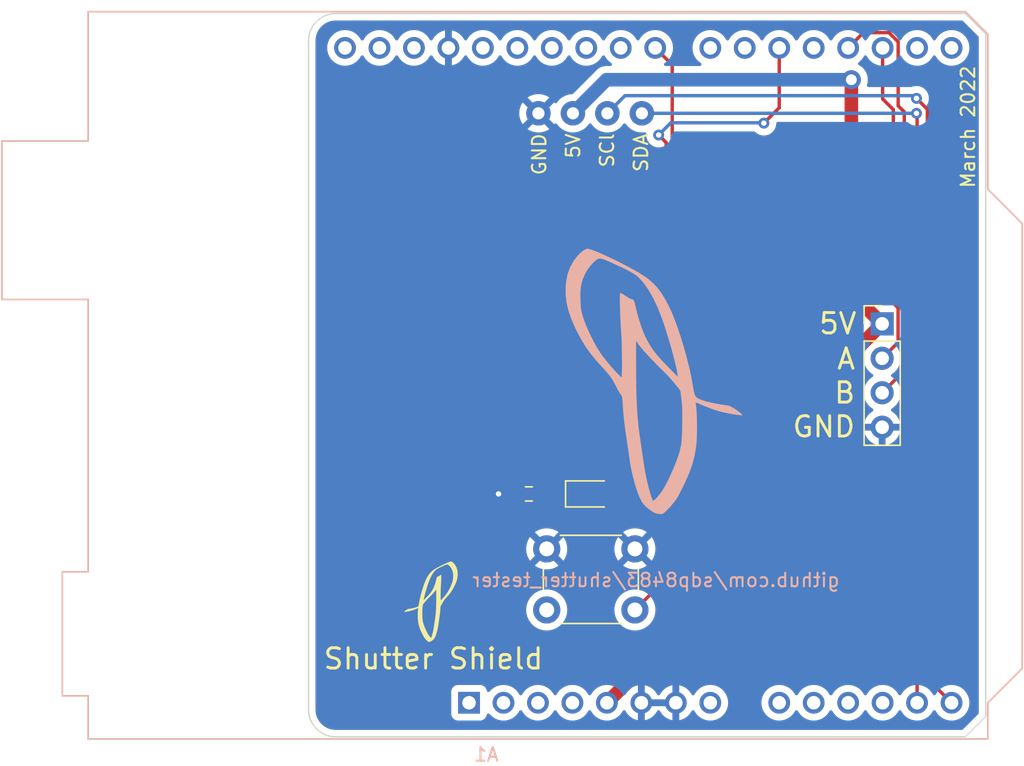
<source format=kicad_pcb>
(kicad_pcb (version 20211014) (generator pcbnew)
  (title_block (title "Shutter Speed Sensor Arduino Shield") (date "2022-03-01") (rev "A") (company "erry Leumas"))
  (layers (0 "F.Cu" signal) (31 "B.Cu" signal) (34 "B.Paste" user) (35 "F.Paste" user) (36 "B.SilkS" user "B.Silkscreen") (37 "F.SilkS" user "F.Silkscreen") (38 "B.Mask" user) (39 "F.Mask" user) (44 "Edge.Cuts" user))
  (net 0 "")
  (net 4 "+5V")
  (net 5 "GND")
  (net 11 "/I2C_SDA")
  (net 12 "/I2C_SCL")
  (net 15 "/SENSOR_A")
  (net 16 "/SENSOR_B")
  (net 18 "/OUTPUT")
  (net 21 "/INPUT")
  (net 28 "Net-(D1-Pad1)")
  (footprint "pl_display:ssd1306_oled_i2c_0.96in" (layer "F.Cu") (at 165.75 90.7)
    (fp_text reference "DS1" hide)
    (fp_text value "SSD1306_OLED_I2C_0.96in")
    (pad "1" thru_hole circle (at -3.81 0) (size 1.8 1.8) (drill 0.9) (layers *.Cu *.Mask) (net 5 "GND"))
    (pad "2" thru_hole circle (at -1.27 0) (size 1.8 1.8) (drill 0.9) (layers *.Cu *.Mask) (net 4 "+5V"))
    (pad "3" thru_hole circle (at 1.27 0) (size 1.8 1.8) (drill 0.9) (layers *.Cu *.Mask) (net 12 "/I2C_SCL"))
    (pad "4" thru_hole circle (at 3.81 0) (size 1.8 1.8) (drill 0.9) (layers *.Cu *.Mask) (net 11 "/I2C_SDA"))
  )
  (footprint "Button_Switch_THT:SW_PUSH_6mm" (layer "F.Cu") (at 162.55 122.8)
    (fp_text reference "SW1" hide)
    (fp_text value "SW_Push")
    (fp_line (start 6.75 3) (end 6.75 1.5) (layer "F.SilkS") (width 0.12))
    (fp_line (start 5.5 -1) (end 1 -1) (layer "F.SilkS") (width 0.12))
    (fp_line (start 1 5.5) (end 5.5 5.5) (layer "F.SilkS") (width 0.12))
    (fp_line (start -0.25 1.5) (end -0.25 3) (layer "F.SilkS") (width 0.12))
    (pad "1" thru_hole circle (at 6.5 0 90) (size 2 2) (drill 1.1) (layers *.Cu *.Mask) (net 5 "GND"))
    (pad "1" thru_hole circle (at 0 0 90) (size 2 2) (drill 1.1) (layers *.Cu *.Mask) (net 5 "GND"))
    (pad "2" thru_hole circle (at 0 4.5 90) (size 2 2) (drill 1.1) (layers *.Cu *.Mask) (net 21 "/INPUT"))
    (pad "2" thru_hole circle (at 6.5 4.5 90) (size 2 2) (drill 1.1) (layers *.Cu *.Mask) (net 21 "/INPUT"))
  )
  (footprint "pl_logo:logo_height_6mm" (layer "F.Cu") (at 154 126.7)
    (fp_text reference "G***" hide)
    (fp_text value "LOGO" hide)
    (fp_poly (pts (xy 1.54704 -2.957782) (xy 1.608136 -2.918433) (xy 1.675357 -2.858868) (xy 1.743215 -2.783998) (xy 1.806228 -2.698731) (xy 1.810972 -2.69149) (xy 1.888821 -2.549586) (xy 1.942279 -2.398724) (xy 1.973559 -2.231361) (xy 1.983331 -2.103198) (xy 1.981599 -1.931738) (xy 1.961516 -1.76362) (xy 1.92151 -1.592689) (xy 1.86001 -1.412793) (xy 1.775444 -1.217778) (xy 1.736954 -1.138468) (xy 1.641557 -0.958169) (xy 1.542008 -0.79473) (xy 1.432181 -0.639559) (xy 1.30595 -0.484061) (xy 1.157187 -0.319646) (xy 1.140834 -0.302381) (xy 1.05844 -0.211792) (xy 0.992141 -0.128251) (xy 0.933987 -0.040329) (xy 0.876033 0.063407) (xy 0.846704 0.120675) (xy 0.811722 0.186883) (xy 0.779294 0.242184) (xy 0.754318 0.27848) (xy 0.746062 0.287039) (xy 0.734791 0.30228) (xy 0.725791 0.332705) (xy 0.718374 0.383088) (xy 0.711847 0.458201) (xy 0.70552 0.562818) (xy 0.705146 0.569864) (xy 0.697882 0.670759) (xy 0.685904 0.795304) (xy 0.67039 0.933094) (xy 0.652516 1.073728) (xy 0.63346 1.206801) (xy 0.632105 1.215609) (xy 0.613385 1.337942) (xy 0.595173 1.459217) (xy 0.578614 1.571652) (xy 0.56485 1.667463) (xy 0.555024 1.738866) (xy 0.553315 1.752005) (xy 0.534152 1.873089) (xy 0.506595 2.008058) (xy 0.472883 2.14861) (xy 0.435254 2.286441) (xy 0.395946 2.41325) (xy 0.357198 2.520732) (xy 0.328184 2.587068) (xy 0.283741 2.669805) (xy 0.240554 2.731417) (xy 0.189631 2.783785) (xy 0.16069 2.808402) (xy 0.105301 2.851664) (xy 0.053969 2.888612) (xy 0.018156 2.911043) (xy -0.045748 2.934926) (xy -0.113434 2.946164) (xy -0.170115 2.942704) (xy -0.181922 2.938854) (xy -0.214494 2.916424) (xy -0.2619 2.873025) (xy -0.318106 2.815231) (xy -0.377075 2.749619) (xy -0.432772 2.682762) (xy -0.47916 2.621236) (xy -0.494663 2.59818) (xy -0.522052 2.551183) (xy -0.559962 2.480363) (xy -0.604487 2.393304) (xy -0.651725 2.297588) (xy -0.682315 2.233729) (xy -0.773014 2.027043) (xy -0.841643 1.834765) (xy -0.890954 1.647259) (xy -0.923698 1.454888) (xy -0.935268 1.347755) (xy -0.941111 1.255504) (xy -0.944514 1.143515) (xy -0.945601 1.01978) (xy -0.944494 0.892287) (xy -0.941314 0.769029) (xy -0.937562 0.687784) (xy -0.618445 0.687784) (xy -0.618407 0.832321) (xy -0.616487 0.95898) (xy -0.613655 1.089271) (xy -0.610539 1.191615) (xy -0.606473 1.272621) (xy -0.60079 1.338898) (xy -0.592824 1.397055) (xy -0.58191 1.453701) (xy -0.56738 1.515444) (xy -0.555795 1.560997) (xy -0.523999 1.665482) (xy -0.478245 1.790732) (xy -0.422426 1.92792) (xy -0.360432 2.06822) (xy -0.296155 2.202807) (xy -0.233487 2.322852) (xy -0.179343 2.414834) (xy -0.136079 2.477356) (xy -0.088551 2.537962) (xy -0.04202 2.590882) (xy -0.00175 2.630344) (xy 0.026996 2.650576) (xy 0.036258 2.651263) (xy 0.047739 2.631474) (xy 0.065391 2.586723) (xy 0.08605 2.525319) (xy 0.093748 2.500289) (xy 0.139373 2.337282) (xy 0.178466 2.172205) (xy 0.213221 1.994735) (xy 0.245834 1.79455) (xy 0.25058 1.762582) (xy 0.268895 1.637738) (xy 0.289892 1.494372) (xy 0.311277 1.34816) (xy 0.330758 1.214778) (xy 0.335305 1.183605) (xy 0.358154 1.008128) (xy 0.376807 0.822084) (xy 0.391479 0.621353) (xy 0.402384 0.401816) (xy 0.409735 0.159355) (xy 0.413746 -0.11015) (xy 0.414694 -0.345905) (xy 0.414694 -0.92396) (xy 0.350888 -0.829157) (xy 0.315906 -0.783332) (xy 0.260577 -0.718317) (xy 0.189411 -0.638926) (xy 0.106919 -0.549977) (xy 0.01761 -0.456284) (xy -0.074003 -0.362662) (xy -0.163411 -0.273929) (xy -0.221877 -0.217673) (xy -0.271787 -0.167068) (xy -0.333958 -0.099193) (xy -0.399413 -0.024041) (xy -0.4443 0.029906) (xy -0.574437 0.190059) (xy -0.599413 0.375812) (xy -0.60912 0.465409) (xy -0.615406 0.56744) (xy -0.618445 0.687784) (xy -0.937562 0.687784) (xy -0.936185 0.657996) (xy -0.929228 0.567179) (xy -0.922519 0.514971) (xy -0.91156 0.451099) (xy -1.09078 0.5269) (xy -1.184604 0.564504) (xy -1.287517 0.602453) (xy -1.383452 0.634944) (xy -1.42551 0.647831) (xy -1.5021 0.667912) (xy -1.591116 0.687904) (xy -1.684801 0.706452) (xy -1.7754 0.722201) (xy -1.855156 0.733798) (xy -1.916311 0.739885) (xy -1.949745 0.739406) (xy -1.950688 0.728493) (xy -1.928147 0.704375) (xy -1.888378 0.671453) (xy -1.837637 0.634125) (xy -1.782177 0.59679) (xy -1.728254 0.563848) (xy -1.682124 0.539698) (xy -1.650259 0.528769) (xy -1.462094 0.500876) (xy -1.29774 0.470292) (xy -1.159381 0.4376) (xy -1.049198 0.40338) (xy -0.969375 0.368215) (xy -0.924509 0.3354) (xy -0.906943 0.310561) (xy -0.891753 0.273751) (xy -0.877326 0.219093) (xy -0.862055 0.140707) (xy -0.848001 0.056049) (xy -0.817254 -0.112313) (xy -0.520098 -0.112313) (xy -0.276308 -0.359566) (xy -0.153274 -0.48807) (xy -0.052471 -0.602667) (xy 0.031318 -0.710446) (xy 0.103312 -0.818493) (xy 0.168729 -0.933895) (xy 0.215924 -1.028095) (xy 0.256 -1.121664) (xy 0.299119 -1.23933) (xy 0.342151 -1.371185) (xy 0.381965 -1.507324) (xy 0.415433 -1.637841) (xy 0.431186 -1.709434) (xy 0.450035 -1.783062) (xy 0.472094 -1.827145) (xy 0.500471 -1.846698) (xy 0.517619 -1.848844) (xy 0.546046 -1.858319) (xy 0.592133 -1.883158) (xy 0.645862 -1.917959) (xy 0.697759 -1.952527) (xy 0.73983 -1.977313) (xy 0.763153 -1.987069) (xy 0.763409 -1.987075) (xy 0.768789 -1.970584) (xy 0.772107 -1.924131) (xy 0.77347 -1.852242) (xy 0.772984 -1.759443) (xy 0.770755 -1.650263) (xy 0.766889 -1.529227) (xy 0.761491 -1.400863) (xy 0.754669 -1.269697) (xy 0.746527 -1.140257) (xy 0.742171 -1.079932) (xy 0.7379 -1.008438) (xy 0.734235 -0.918135) (xy 0.731211 -0.814158) (xy 0.728862 -0.701643) (xy 0.727222 -0.585723) (xy 0.726324 -0.471534) (xy 0.726203 -0.36421) (xy 0.726893 -0.268885) (xy 0.728427 -0.190696) (xy 0.730839 -0.134775) (xy 0.734164 -0.106258) (xy 0.735718 -0.103673) (xy 0.752203 -0.11504) (xy 0.78477 -0.144525) (xy 0.817793 -0.177109) (xy 0.924925 -0.291729) (xy 1.034215 -0.418269) (xy 1.134918 -0.543978) (xy 1.192295 -0.621477) (xy 1.263774 -0.731425) (xy 1.339862 -0.864417) (xy 1.415504 -1.010317) (xy 1.485643 -1.15899) (xy 1.545221 -1.300302) (xy 1.582921 -1.404411) (xy 1.609391 -1.488443) (xy 1.627747 -1.557135) (xy 1.639815 -1.621542) (xy 1.64742 -1.692721) (xy 1.652389 -1.781729) (xy 1.654508 -1.837909) (xy 1.656305 -1.976051) (xy 1.649852 -2.090146) (xy 1.633336 -2.190102) (xy 1.604943 -2.285825) (xy 1.562858 -2.387224) (xy 1.548233 -2.418275) (xy 1.505163 -2.493826) (xy 1.449469 -2.571691) (xy 1.3879 -2.644091) (xy 1.327206 -2.703249) (xy 1.274136 -2.741389) (xy 1.26339 -2.746506) (xy 1.238505 -2.753131) (xy 1.207582 -2.753029) (xy 1.167017 -2.744898) (xy 1.113209 -2.727435) (xy 1.042553 -2.699339) (xy 0.951447 -2.659308) (xy 0.836289 -2.60604) (xy 0.713383 -2.547749) (xy 0.601033 -2.492638) (xy 0.514391 -2.446367) (xy 0.447036 -2.405058) (xy 0.392544 -2.36483) (xy 0.353307 -2.330263) (xy 0.243209 -2.208708) (xy 0.135226 -2.055055) (xy 0.030743 -1.871757) (xy -0.068855 -1.661267) (xy -0.162184 -1.426037) (xy -0.170669 -1.402504) (xy -0.216524 -1.269142) (xy -0.264277 -1.121098) (xy -0.312246 -0.964399) (xy -0.358749 -0.805073) (xy -0.402104 -0.649148) (xy -0.440629 -0.50265) (xy -0.472641 -0.371607) (xy -0.496459 -0.262047) (xy -0.509039 -0.190068) (xy -0.520098 -0.112313) (xy -0.817254 -0.112313) (xy -0.814172 -0.129187) (xy -0.769284 -0.332402) (xy -0.715355 -0.546888) (xy -0.654408 -0.765939) (xy -0.588462 -0.982846) (xy -0.519537 -1.190904) (xy -0.449655 -1.383405) (xy -0.380835 -1.553643) (xy -0.328823 -1.667415) (xy -0.23655 -1.84389) (xy -0.144755 -1.992) (xy -0.048447 -2.117505) (xy 0.057365 -2.226162) (xy 0.177671 -2.32373) (xy 0.31746 -2.415968) (xy 0.322564 -2.419048) (xy 0.436796 -2.485556) (xy 0.562531 -2.554855) (xy 0.695481 -2.624929) (xy 0.831362 -2.69376) (xy 0.965887 -2.759332) (xy 1.09477 -2.819628) (xy 1.213727 -2.87263) (xy 1.31847 -2.916322) (xy 1.404715 -2.948686) (xy 1.468176 -2.967707) (xy 1.497554 -2.972007) (xy 1.54704 -2.957782)) (layer "F.SilkS") (width 0.01) (fill solid))
  )
  (footprint "Resistor_SMD:R_0603_1608Metric_Pad0.98x0.95mm_HandSolder" (layer "F.Cu") (at 161.2375 118.75 180)
    (fp_text reference "R1" hide)
    (fp_text value "1k")
    (fp_line (start -0.254724 0.5225) (end 0.254724 0.5225) (layer "F.SilkS") (width 0.12))
    (fp_line (start -0.254724 -0.5225) (end 0.254724 -0.5225) (layer "F.SilkS") (width 0.12))
    (pad "1" smd roundrect (at -0.9125 0 180) (size 0.975 0.95) (layers "F.Cu" "F.Paste" "F.Mask") (net 28 "Net-(D1-Pad1)"))
    (pad "2" smd roundrect (at 0.9125 0 180) (size 0.975 0.95) (layers "F.Cu" "F.Paste" "F.Mask") (net 5 "GND"))
  )
  (footprint "Connector_PinHeader_2.54mm:PinHeader_1x04_P2.54mm_Vertical" (layer "F.Cu") (at 187.27 106.215)
    (fp_text reference "J1" hide)
    (fp_text value "Conn_01x04")
    (fp_line (start -1.33 1.27) (end 1.33 1.27) (layer "F.SilkS") (width 0.12))
    (fp_line (start -1.33 0) (end -1.33 -1.33) (layer "F.SilkS") (width 0.12))
    (fp_line (start -1.33 -1.33) (end 0 -1.33) (layer "F.SilkS") (width 0.12))
    (fp_line (start 1.33 1.27) (end 1.33 8.95) (layer "F.SilkS") (width 0.12))
    (fp_line (start -1.33 8.95) (end 1.33 8.95) (layer "F.SilkS") (width 0.12))
    (fp_line (start -1.33 1.27) (end -1.33 8.95) (layer "F.SilkS") (width 0.12))
    (pad "1" thru_hole rect (at 0 0) (size 1.7 1.7) (drill 1) (layers *.Cu *.Mask) (net 4 "+5V"))
    (pad "2" thru_hole oval (at 0 2.54) (size 1.7 1.7) (drill 1) (layers *.Cu *.Mask) (net 15 "/SENSOR_A"))
    (pad "3" thru_hole oval (at 0 5.08) (size 1.7 1.7) (drill 1) (layers *.Cu *.Mask) (net 16 "/SENSOR_B"))
    (pad "4" thru_hole oval (at 0 7.62) (size 1.7 1.7) (drill 1) (layers *.Cu *.Mask) (net 5 "GND"))
  )
  (footprint "LED_SMD:LED_0805_2012Metric_Pad1.15x1.40mm_HandSolder" (layer "F.Cu") (at 165.8 118.75)
    (fp_text reference "D1" hide)
    (fp_text value "LED")
    (fp_line (start -1.86 -0.96) (end -1.86 0.96) (layer "F.SilkS") (width 0.12))
    (fp_line (start 1 -0.96) (end -1.86 -0.96) (layer "F.SilkS") (width 0.12))
    (fp_line (start -1.86 0.96) (end 1 0.96) (layer "F.SilkS") (width 0.12))
    (pad "1" smd roundrect (at -1.025 0) (size 1.15 1.4) (layers "F.Cu" "F.Paste" "F.Mask") (roundrect_rratio 0.217391) (net 28 "Net-(D1-Pad1)"))
    (pad "2" smd roundrect (at 1.025 0) (size 1.15 1.4) (layers "F.Cu" "F.Paste" "F.Mask") (roundrect_rratio 0.217391) (net 18 "/OUTPUT"))
  )
  (footprint "pl_logo:logo_height_20mm" (layer "B.Cu") (at 170.5 110.5 180)
    (fp_text reference "G***" hide)
    (fp_text value "LOGO" hide)
    (fp_poly (pts (xy 5.110447 9.770652) (xy 5.312269 9.640666) (xy 5.534322 9.443902) (xy 5.758485 9.196577) (xy 5.96664 8.914909) (xy 5.98231 8.890989) (xy 6.239473 8.422228) (xy 6.416068 7.923876) (xy 6.519396 7.371012) (xy 6.551677 6.947643) (xy 6.545956 6.381247) (xy 6.479614 5.82589) (xy 6.347459 5.261244) (xy 6.144301 4.666981) (xy 5.864947 4.022772) (xy 5.737802 3.760784) (xy 5.422669 3.165189) (xy 5.093822 2.62529) (xy 4.731023 2.1127) (xy 4.314034 1.599035) (xy 3.822617 1.055909) (xy 3.768597 0.998877) (xy 3.49642 0.699627) (xy 3.277407 0.423662) (xy 3.085305 0.133221) (xy 2.89386 -0.209456) (xy 2.796977 -0.398632) (xy 2.681419 -0.617345) (xy 2.574296 -0.800024) (xy 2.491792 -0.919921) (xy 2.464519 -0.948195) (xy 2.427285 -0.998544) (xy 2.397557 -1.099049) (xy 2.373053 -1.26548) (xy 2.351492 -1.513606) (xy 2.330594 -1.859196) (xy 2.329359 -1.882471) (xy 2.305361 -2.215766) (xy 2.265794 -2.627183) (xy 2.214545 -3.082356) (xy 2.155502 -3.54692) (xy 2.09255 -3.986509) (xy 2.088075 -4.015605) (xy 2.026235 -4.419717) (xy 1.966076 -4.820335) (xy 1.911374 -5.191749) (xy 1.865906 -5.508247) (xy 1.833449 -5.744119) (xy 1.827804 -5.787522) (xy 1.764501 -6.187507) (xy 1.67347 -6.63336) (xy 1.562106 -7.097654) (xy 1.437803 -7.552962) (xy 1.307955 -7.971858) (xy 1.179956 -8.326913) (xy 1.084112 -8.546046) (xy 0.937302 -8.819355) (xy 0.794637 -9.022883) (xy 0.62642 -9.195872) (xy 0.530816 -9.277194) (xy 0.347846 -9.420104) (xy 0.178277 -9.542154) (xy 0.059975 -9.616254) (xy -0.151123 -9.695147) (xy -0.374715 -9.732273) (xy -0.561955 -9.720841) (xy -0.600957 -9.708124) (xy -0.708554 -9.634028) (xy -0.865156 -9.490665) (xy -1.050824 -9.299752) (xy -1.245621 -9.08301) (xy -1.429608 -8.862157) (xy -1.582846 -8.658913) (xy -1.634056 -8.582753) (xy -1.724533 -8.427502) (xy -1.849762 -8.193559) (xy -1.996847 -7.905971) (xy -2.152891 -7.589783) (xy -2.253941 -7.378834) (xy -2.553552 -6.696073) (xy -2.780259 -6.060909) (xy -2.943151 -5.441507) (xy -3.051318 -4.806034) (xy -3.089538 -4.452134) (xy -3.108839 -4.147395) (xy -3.120082 -3.777455) (xy -3.123672 -3.36871) (xy -3.120014 -2.947556) (xy -3.109511 -2.540389) (xy -3.097113 -2.272005) (xy -2.042954 -2.272005) (xy -2.04283 -2.749466) (xy -2.036487 -3.167865) (xy -2.027131 -3.598264) (xy -2.016838 -3.936345) (xy -2.003406 -4.203938) (xy -1.984633 -4.422876) (xy -1.95832 -4.61499) (xy -1.922265 -4.802112) (xy -1.874267 -5.006072) (xy -1.835999 -5.156553) (xy -1.730964 -5.501704) (xy -1.579822 -5.91545) (xy -1.39543 -6.368634) (xy -1.190641 -6.832099) (xy -0.978312 -7.276687) (xy -0.771297 -7.673242) (xy -0.592437 -7.97709) (xy -0.449521 -8.183624) (xy -0.292517 -8.38383) (xy -0.138809 -8.558643) (xy -0.005783 -8.689) (xy 0.089178 -8.755836) (xy 0.119772 -8.758103) (xy 0.157698 -8.692735) (xy 0.21601 -8.544905) (xy 0.284254 -8.342064) (xy 0.309684 -8.259381) (xy 0.460399 -7.720907) (xy 0.589537 -7.175597) (xy 0.704348 -6.589349) (xy 0.81208 -5.928063) (xy 0.827759 -5.822461) (xy 0.888257 -5.410055) (xy 0.957618 -4.936465) (xy 1.028263 -4.453473) (xy 1.092615 -4.012863) (xy 1.107636 -3.909887) (xy 1.183113 -3.33022) (xy 1.244733 -2.715647) (xy 1.2932 -2.052558) (xy 1.329222 -1.327348) (xy 1.353506 -0.526409) (xy 1.366756 0.363868) (xy 1.369888 1.142652) (xy 1.369888 3.052185) (xy 1.159111 2.739014) (xy 1.043555 2.587637) (xy 0.860782 2.372867) (xy 0.625694 2.110611) (xy 0.35319 1.816778) (xy 0.058172 1.507274) (xy -0.244461 1.198009) (xy -0.539807 0.90489) (xy -0.732942 0.719056) (xy -0.897814 0.551888) (xy -1.103188 0.327672) (xy -1.31941 0.079417) (xy -1.467688 -0.09879) (xy -1.897581 -0.627835) (xy -1.980084 -1.241445) (xy -2.01215 -1.537418) (xy -2.032917 -1.874463) (xy -2.042954 -2.272005) (xy -3.097113 -2.272005) (xy -3.092567 -2.173606) (xy -3.069586 -1.873602) (xy -3.047424 -1.701141) (xy -3.011222 -1.490147) (xy -3.603252 -1.740546) (xy -3.913187 -1.864764) (xy -4.253148 -1.990126) (xy -4.570058 -2.097455) (xy -4.708989 -2.140026) (xy -4.961993 -2.20636) (xy -5.256046 -2.2724) (xy -5.565525 -2.333672) (xy -5.864807 -2.385699) (xy -6.128268 -2.424005) (xy -6.330287 -2.444114) (xy -6.440733 -2.44253) (xy -6.443846 -2.406481) (xy -6.369386 -2.326813) (xy -6.238015 -2.218057) (xy -6.070397 -2.094748) (xy -5.887193 -1.971418) (xy -5.709067 -1.862599) (xy -5.55668 -1.782823) (xy -5.45142 -1.746718) (xy -4.82984 -1.654577) (xy -4.286919 -1.553549) (xy -3.829866 -1.445555) (xy -3.465892 -1.332515) (xy -3.202205 -1.21635) (xy -3.053996 -1.107951) (xy -2.995972 -1.025898) (xy -2.945791 -0.904301) (xy -2.898135 -0.723744) (xy -2.847687 -0.464808) (xy -2.801264 -0.185151) (xy -2.699695 0.371012) (xy -1.71808 0.371012) (xy -0.912748 1.18778) (xy -0.506321 1.612275) (xy -0.173333 1.990833) (xy 0.103453 2.346866) (xy 0.341276 2.703785) (xy 0.557374 3.085004) (xy 0.713275 3.39618) (xy 0.845662 3.705274) (xy 0.988099 4.093966) (xy 1.130249 4.529533) (xy 1.261771 4.97925) (xy 1.372328 5.410396) (xy 1.424366 5.646894) (xy 1.486632 5.890114) (xy 1.559501 6.035739) (xy 1.653241 6.10033) (xy 1.709886 6.107416) (xy 1.803792 6.138716) (xy 1.956032 6.220771) (xy 2.133521 6.335731) (xy 2.304954 6.449923) (xy 2.443933 6.5318) (xy 2.520975 6.564026) (xy 2.521823 6.564045) (xy 2.539593 6.509571) (xy 2.550554 6.356119) (xy 2.555057 6.118642) (xy 2.553451 5.812094) (xy 2.546088 5.45143) (xy 2.533316 5.051604) (xy 2.515486 4.627569) (xy 2.492949 4.19428) (xy 2.466053 3.766691) (xy 2.451665 3.567416) (xy 2.437554 3.331244) (xy 2.425449 3.03294) (xy 2.41546 2.689467) (xy 2.4077 2.317787) (xy 2.402282 1.934861) (xy 2.399317 1.557652) (xy 2.398917 1.20312) (xy 2.401195 0.888229) (xy 2.406263 0.629939) (xy 2.414232 0.445213) (xy 2.425215 0.351011) (xy 2.430349 0.342472) (xy 2.484805 0.38002) (xy 2.592384 0.477421) (xy 2.701472 0.585057) (xy 3.055369 0.96369) (xy 3.416394 1.381698) (xy 3.749052 1.796963) (xy 3.938592 2.05297) (xy 4.174713 2.416169) (xy 4.426061 2.855489) (xy 4.675934 3.337451) (xy 4.907627 3.828575) (xy 5.104436 4.295382) (xy 5.228975 4.63929) (xy 5.316414 4.916881) (xy 5.37705 5.143794) (xy 5.416914 5.356555) (xy 5.442038 5.591687) (xy 5.458451 5.885713) (xy 5.465453 6.071296) (xy 5.471388 6.527629) (xy 5.450072 6.904527) (xy 5.395514 7.234718) (xy 5.301721 7.550929) (xy 5.162699 7.885885) (xy 5.114386 7.988458) (xy 4.972109 8.238033) (xy 4.788131 8.495248) (xy 4.584747 8.734412) (xy 4.384252 8.929835) (xy 4.208941 9.055824) (xy 4.173444 9.07273) (xy 4.09124 9.094614) (xy 3.989089 9.094277) (xy 3.855089 9.067416) (xy 3.677339 9.00973) (xy 3.443938 8.91692) (xy 3.142982 8.784682) (xy 2.762572 8.608718) (xy 2.356567 8.416162) (xy 1.985432 8.234109) (xy 1.699223 8.081259) (xy 1.476723 7.944798) (xy 1.296718 7.811912) (xy 1.167101 7.697722) (xy 0.803408 7.29618) (xy 0.446701 6.788609) (xy 0.101554 6.183108) (xy -0.227457 5.487781) (xy -0.535755 4.71073) (xy -0.563786 4.632993) (xy -0.715261 4.192448) (xy -0.873007 3.703403) (xy -1.031467 3.185769) (xy -1.185084 2.659456) (xy -1.328301 2.144377) (xy -1.455563 1.66044) (xy -1.561311 1.227556) (xy -1.639989 0.865638) (xy -1.681547 0.627866) (xy -1.71808 0.371012) (xy -2.699695 0.371012) (xy -2.689515 0.426754) (xy -2.541231 1.098048) (xy -2.363085 1.806575) (xy -2.161753 2.53018) (xy -1.943909 3.246706) (xy -1.716226 3.933999) (xy -1.485378 4.569901) (xy -1.258041 5.132258) (xy -1.086226 5.50809) (xy -0.781415 6.091052) (xy -0.478181 6.580316) (xy -0.160039 6.994905) (xy 0.189496 7.35384) (xy 0.58691 7.676144) (xy 1.048687 7.980837) (xy 1.065546 7.991012) (xy 1.442899 8.210713) (xy 1.858246 8.439635) (xy 2.297431 8.671115) (xy 2.746294 8.89849) (xy 3.19068 9.115098) (xy 3.61643 9.314276) (xy 4.009387 9.489361) (xy 4.355394 9.633692) (xy 4.640293 9.740605) (xy 4.849927 9.803437) (xy 4.946973 9.817643) (xy 5.110447 9.770652)) (layer "B.SilkS") (width 0.01) (fill solid))
  )
  (footprint "Module:Arduino_UNO_R3" (layer "B.Cu") (at 156.825 134.14)
    (fp_text reference "A1" (at 1.27 3.81) (layer "B.SilkS") (effects (justify mirror)))
    (fp_text value "Arduino_UNO_R3")
    (fp_line (start 40.77 -2.54) (end 38.23 0) (layer "B.SilkS") (width 0.12))
    (fp_line (start 38.23 2.67) (end -28.07 2.67) (layer "B.SilkS") (width 0.12))
    (fp_line (start -28.07 -50.93) (end 36.58 -50.93) (layer "B.SilkS") (width 0.12))
    (fp_line (start -29.97 -9.65) (end -28.07 -9.65) (layer "B.SilkS") (width 0.12))
    (fp_line (start -28.07 -41.4) (end -28.07 -50.93) (layer "B.SilkS") (width 0.12))
    (fp_line (start 36.58 -50.93) (end 38.23 -49.28) (layer "B.SilkS") (width 0.12))
    (fp_line (start -28.07 -0.51) (end -29.97 -0.51) (layer "B.SilkS") (width 0.12))
    (fp_line (start -28.07 -9.65) (end -28.07 -29.72) (layer "B.SilkS") (width 0.12))
    (fp_line (start -29.97 -0.51) (end -29.97 -9.65) (layer "B.SilkS") (width 0.12))
    (fp_line (start 40.77 -35.31) (end 40.77 -2.54) (layer "B.SilkS") (width 0.12))
    (fp_line (start -34.42 -41.4) (end -28.07 -41.4) (layer "B.SilkS") (width 0.12))
    (fp_line (start -34.42 -29.72) (end -34.42 -41.4) (layer "B.SilkS") (width 0.12))
    (fp_line (start 38.23 -37.85) (end 40.77 -35.31) (layer "B.SilkS") (width 0.12))
    (fp_line (start -28.07 -29.72) (end -34.42 -29.72) (layer "B.SilkS") (width 0.12))
    (fp_line (start 38.23 -49.28) (end 38.23 -37.85) (layer "B.SilkS") (width 0.12))
    (fp_line (start -28.07 2.67) (end -28.07 -0.51) (layer "B.SilkS") (width 0.12))
    (fp_line (start 38.23 0) (end 38.23 2.67) (layer "B.SilkS") (width 0.12))
    (pad "1" thru_hole rect (at 0 0 270) (size 1.6 1.6) (drill 1) (layers *.Cu *.Mask))
    (pad "2" thru_hole oval (at 2.54 0 270) (size 1.6 1.6) (drill 1) (layers *.Cu *.Mask))
    (pad "3" thru_hole oval (at 5.08 0 270) (size 1.6 1.6) (drill 1) (layers *.Cu *.Mask))
    (pad "4" thru_hole oval (at 7.62 0 270) (size 1.6 1.6) (drill 1) (layers *.Cu *.Mask))
    (pad "5" thru_hole oval (at 10.16 0 270) (size 1.6 1.6) (drill 1) (layers *.Cu *.Mask) (net 4 "+5V"))
    (pad "6" thru_hole oval (at 12.7 0 270) (size 1.6 1.6) (drill 1) (layers *.Cu *.Mask) (net 5 "GND"))
    (pad "7" thru_hole oval (at 15.24 0 270) (size 1.6 1.6) (drill 1) (layers *.Cu *.Mask) (net 5 "GND"))
    (pad "8" thru_hole oval (at 17.78 0 270) (size 1.6 1.6) (drill 1) (layers *.Cu *.Mask))
    (pad "9" thru_hole oval (at 22.86 0 270) (size 1.6 1.6) (drill 1) (layers *.Cu *.Mask))
    (pad "10" thru_hole oval (at 25.4 0 270) (size 1.6 1.6) (drill 1) (layers *.Cu *.Mask))
    (pad "11" thru_hole oval (at 27.94 0 270) (size 1.6 1.6) (drill 1) (layers *.Cu *.Mask))
    (pad "12" thru_hole oval (at 30.48 0 270) (size 1.6 1.6) (drill 1) (layers *.Cu *.Mask))
    (pad "13" thru_hole oval (at 33.02 0 270) (size 1.6 1.6) (drill 1) (layers *.Cu *.Mask) (net 11 "/I2C_SDA"))
    (pad "14" thru_hole oval (at 35.56 0 270) (size 1.6 1.6) (drill 1) (layers *.Cu *.Mask) (net 12 "/I2C_SCL"))
    (pad "15" thru_hole oval (at 35.56 -48.26 270) (size 1.6 1.6) (drill 1) (layers *.Cu *.Mask))
    (pad "16" thru_hole oval (at 33.02 -48.26 270) (size 1.6 1.6) (drill 1) (layers *.Cu *.Mask))
    (pad "17" thru_hole oval (at 30.48 -48.26 270) (size 1.6 1.6) (drill 1) (layers *.Cu *.Mask) (net 15 "/SENSOR_A"))
    (pad "18" thru_hole oval (at 27.94 -48.26 270) (size 1.6 1.6) (drill 1) (layers *.Cu *.Mask) (net 16 "/SENSOR_B"))
    (pad "19" thru_hole oval (at 25.4 -48.26 270) (size 1.6 1.6) (drill 1) (layers *.Cu *.Mask))
    (pad "20" thru_hole oval (at 22.86 -48.26 270) (size 1.6 1.6) (drill 1) (layers *.Cu *.Mask) (net 18 "/OUTPUT"))
    (pad "21" thru_hole oval (at 20.32 -48.26 270) (size 1.6 1.6) (drill 1) (layers *.Cu *.Mask))
    (pad "22" thru_hole oval (at 17.78 -48.26 270) (size 1.6 1.6) (drill 1) (layers *.Cu *.Mask))
    (pad "23" thru_hole oval (at 13.72 -48.26 270) (size 1.6 1.6) (drill 1) (layers *.Cu *.Mask) (net 21 "/INPUT"))
    (pad "24" thru_hole oval (at 11.18 -48.26 270) (size 1.6 1.6) (drill 1) (layers *.Cu *.Mask))
    (pad "25" thru_hole oval (at 8.64 -48.26 270) (size 1.6 1.6) (drill 1) (layers *.Cu *.Mask))
    (pad "26" thru_hole oval (at 6.1 -48.26 270) (size 1.6 1.6) (drill 1) (layers *.Cu *.Mask))
    (pad "27" thru_hole oval (at 3.56 -48.26 270) (size 1.6 1.6) (drill 1) (layers *.Cu *.Mask))
    (pad "28" thru_hole oval (at 1.02 -48.26 270) (size 1.6 1.6) (drill 1) (layers *.Cu *.Mask))
    (pad "29" thru_hole oval (at -1.52 -48.26 270) (size 1.6 1.6) (drill 1) (layers *.Cu *.Mask) (net 5 "GND"))
    (pad "30" thru_hole oval (at -4.06 -48.26 270) (size 1.6 1.6) (drill 1) (layers *.Cu *.Mask))
    (pad "31" thru_hole oval (at -6.6 -48.26 270) (size 1.6 1.6) (drill 1) (layers *.Cu *.Mask))
    (pad "32" thru_hole oval (at -9.14 -48.26 270) (size 1.6 1.6) (drill 1) (layers *.Cu *.Mask))
  )
  (gr_line (start 147 83.35) (end 193.4 83.35) (layer "Edge.Cuts") (width 0.1))
  (gr_line (start 194.9 84.85) (end 194.9 135.15) (layer "Edge.Cuts") (width 0.1))
  (gr_arc (start 147 136.65) (mid 145.585786 136.064214) (end 145 134.65) (layer "Edge.Cuts") (width 0.1))
  (gr_line (start 145 134.65) (end 145 85.35) (layer "Edge.Cuts") (width 0.1))
  (gr_line (start 193.4 136.65) (end 147 136.65) (layer "Edge.Cuts") (width 0.1))
  (gr_arc (start 145 85.35) (mid 145.585786 83.935786) (end 147 83.35) (layer "Edge.Cuts") (width 0.1))
  (gr_line (start 193.4 136.65) (end 194.9 135.15) (layer "Edge.Cuts") (width 0.1))
  (gr_line (start 193.4 83.35) (end 194.9 84.85) (layer "Edge.Cuts") (width 0.1))
  (gr_text "github.com/sdp8483/shutter_tester" (at 170.6 125.1) (layer "B.SilkS") (effects (font (size 1 1)) (justify mirror)))
  (gr_text "Shutter Shield" (at 154.2 130.9) (layer "F.SilkS") (effects (font (size 1.5 1.5) (thickness 0.214286))))
  (gr_text "SDA" (at 169.5 92.1 90) (layer "F.SilkS") (effects (font (size 1 1)) (justify right)))
  (gr_text "GND" (at 162 92.1 90) (layer "F.SilkS") (effects (font (size 1 1)) (justify right)))
  (gr_text "GND" (at 185.4 113.8) (layer "F.SilkS") (effects (font (size 1.5 1.5) (thickness 0.214286)) (justify right)))
  (gr_text "5V" (at 185.5 106.2) (layer "F.SilkS") (effects (font (size 1.5 1.5) (thickness 0.214286)) (justify right)))
  (gr_text "March 2022" (at 193.6 91.7 90) (layer "F.SilkS") (effects (font (size 1 1))))
  (gr_text "B" (at 185.4 111.3) (layer "F.SilkS") (effects (font (size 1.5 1.5) (thickness 0.214286)) (justify right)))
  (gr_text "A" (at 185.4 108.8) (layer "F.SilkS") (effects (font (size 1.5 1.5) (thickness 0.214286)) (justify right)))
  (gr_text "5V" (at 164.5 92.1 90) (layer "F.SilkS") (effects (font (size 1 1)) (justify right)))
  (gr_text "SCl" (at 167 92.1 90) (layer "F.SilkS") (effects (font (size 1 1)) (justify right)))
  (segment (start 184 109.485) (end 187.27 106.215) (width 1) (layer "F.Cu") (net 4))
  (segment (start 185 103.945) (end 185 88.225989) (width 1) (layer "F.Cu") (net 4))
  (segment (start 166.985 134.14) (end 169.125 132) (width 1) (layer "F.Cu") (net 4))
  (segment (start 184 130) (end 184 109.485) (width 1) (layer "F.Cu") (net 4))
  (segment (start 169.125 132) (end 182 132) (width 1) (layer "F.Cu") (net 4))
  (segment (start 187.27 106.215) (end 185 103.945) (width 1) (layer "F.Cu") (net 4))
  (segment (start 182 132) (end 184 130) (width 1) (layer "F.Cu") (net 4))
  (via (at 185 88.225989) (size 1.4) (drill 0.8) (layers "F.Cu" "B.Cu") (net 4))
  (segment (start 166.95401 88.22599) (end 185 88.225989) (width 1) (layer "B.Cu") (net 4))
  (segment (start 164.48 90.7) (end 166.95401 88.22599) (width 1) (layer "B.Cu") (net 4))
  (segment (start 160.325 118.75) (end 159 118.75) (width 0.25) (layer "F.Cu") (net 5))
  (via (at 159 118.75) (size 0.8) (drill 0.4) (layers "F.Cu" "B.Cu") (net 5))
  (segment (start 189.845 134.14) (end 189.845 90.745) (width 0.25) (layer "F.Cu") (net 11))
  (segment (start 189.845 90.745) (end 189.8 90.7) (width 0.25) (layer "F.Cu") (net 11))
  (via (at 189.8 90.7) (size 0.8) (drill 0.4) (layers "F.Cu" "B.Cu") (net 11))
  (segment (start 169.56 90.7) (end 189.8 90.7) (width 0.25) (layer "B.Cu") (net 11))
  (segment (start 190.6 132.355) (end 190.6 90.4) (width 0.25) (layer "F.Cu") (net 12))
  (segment (start 190.6 90.4) (end 189.8 89.6) (width 0.25) (layer "F.Cu") (net 12))
  (segment (start 192.385 134.14) (end 190.6 132.355) (width 0.25) (layer "F.Cu") (net 12))
  (via (at 189.8 89.6) (size 0.8) (drill 0.4) (layers "F.Cu" "B.Cu") (net 12))
  (segment (start 168.32 89.4) (end 189.6 89.4) (width 0.25) (layer "B.Cu") (net 12))
  (segment (start 189.6 89.4) (end 189.8 89.6) (width 0.25) (layer "B.Cu") (net 12))
  (segment (start 167.02 90.7) (end 168.32 89.4) (width 0.25) (layer "B.Cu") (net 12))
  (segment (start 188.094511 104.690489) (end 188.09451 90.428476) (width 0.25) (layer "F.Cu") (net 15))
  (segment (start 188.444511 105.040489) (end 188.094511 104.690489) (width 0.25) (layer "F.Cu") (net 15))
  (segment (start 188.444511 107.580489) (end 188.444511 105.040489) (width 0.25) (layer "F.Cu") (net 15))
  (segment (start 187.27 108.755) (end 188.444511 107.580489) (width 0.25) (layer "F.Cu") (net 15))
  (segment (start 188.09451 90.428476) (end 187.305 89.638966) (width 0.25) (layer "F.Cu") (net 15))
  (segment (start 187.305 89.638966) (end 187.305 85.88) (width 0.25) (layer "F.Cu") (net 15))
  (segment (start 188.9 90.598262) (end 188.45 90.148262) (width 0.25) (layer "F.Cu") (net 16))
  (segment (start 188.45 85.4347) (end 187.770789 84.755489) (width 0.25) (layer "F.Cu") (net 16))
  (segment (start 188.45 90.148262) (end 188.45 85.4347) (width 0.25) (layer "F.Cu") (net 16))
  (segment (start 187.27 111.295) (end 188.9 109.665) (width 0.25) (layer "F.Cu") (net 16))
  (segment (start 185.889511 84.755489) (end 184.765 85.88) (width 0.25) (layer "F.Cu") (net 16))
  (segment (start 187.770789 84.755489) (end 185.889511 84.755489) (width 0.25) (layer "F.Cu") (net 16))
  (segment (start 188.9 109.665) (end 188.9 90.598262) (width 0.25) (layer "F.Cu") (net 16))
  (segment (start 171.35 92.85) (end 171.35 93.75) (width 0.25) (layer "F.Cu") (net 18))
  (segment (start 170.8 92.3) (end 171.35 92.85) (width 0.25) (layer "F.Cu") (net 18))
  (segment (start 179.685 90.291293) (end 178.551793 91.4245) (width 0.25) (layer "F.Cu") (net 18))
  (segment (start 166.825 118.725) (end 171.35 114.2) (width 0.25) (layer "F.Cu") (net 18))
  (segment (start 171.35 114.2) (end 171.35 93.75) (width 0.25) (layer "F.Cu") (net 18))
  (segment (start 166.825 118.75) (end 166.825 118.725) (width 0.25) (layer "F.Cu") (net 18))
  (segment (start 179.685 85.88) (end 179.685 90.291293) (width 0.25) (layer "F.Cu") (net 18))
  (via (at 170.8 92.3) (size 0.8) (drill 0.4) (layers "F.Cu" "B.Cu") (net 18))
  (via (at 178.551793 91.4245) (size 0.8) (drill 0.4) (layers "F.Cu" "B.Cu") (net 18))
  (segment (start 170.8 92.3) (end 171.7 91.4) (width 0.25) (layer "B.Cu") (net 18))
  (segment (start 171.7 91.4) (end 178.527293 91.4) (width 0.25) (layer "B.Cu") (net 18))
  (segment (start 178.527293 91.4) (end 178.551793 91.4245) (width 0.25) (layer "B.Cu") (net 18))
  (segment (start 171.79951 87.13451) (end 170.545 85.88) (width 0.25) (layer "F.Cu") (net 21))
  (segment (start 171.79951 124.55049) (end 171.79951 87.13451) (width 0.25) (layer "F.Cu") (net 21))
  (segment (start 169.05 127.3) (end 171.79951 124.55049) (width 0.25) (layer "F.Cu") (net 21))
  (segment (start 162.15 118.75) (end 164.775 118.75) (width 0.25) (layer "F.Cu") (net 28))
  (zone (net 5) (net_name "GND") (layer "B.Cu") (connect_pads (clearance 0.508)) (min_thickness 0.254) (fill yes (thermal_gap 0.508) (thermal_bridge_width 0.508))
    (polygon (pts (xy 195.95 137.65) (xy 144 137.65) (xy 144 82.35) (xy 195.95 82.35)))
  )
)
</source>
